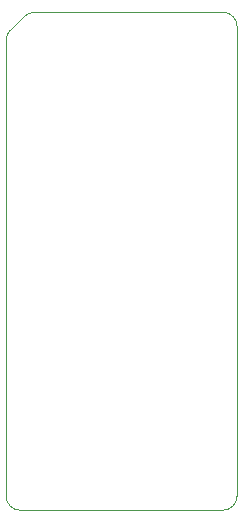
<source format=gbr>
%TF.GenerationSoftware,KiCad,Pcbnew,7.0.5-0*%
%TF.CreationDate,2024-03-10T13:53:24-07:00*%
%TF.ProjectId,PicoROM,5069636f-524f-44d2-9e6b-696361645f70,1.1*%
%TF.SameCoordinates,Original*%
%TF.FileFunction,Profile,NP*%
%FSLAX46Y46*%
G04 Gerber Fmt 4.6, Leading zero omitted, Abs format (unit mm)*
G04 Created by KiCad (PCBNEW 7.0.5-0) date 2024-03-10 13:53:24*
%MOMM*%
%LPD*%
G01*
G04 APERTURE LIST*
%TA.AperFunction,Profile*%
%ADD10C,0.050000*%
%TD*%
G04 APERTURE END LIST*
D10*
X-31901000Y15639000D02*
G75*
G03*
X-30701000Y16839000I0J1200000D01*
G01*
X-47867449Y57799110D02*
X-31901272Y57802728D01*
X-49892190Y56302262D02*
X-48704317Y57458875D01*
X-30700972Y56602728D02*
G75*
G03*
X-31901272Y57802728I-1200028J-28D01*
G01*
X-31901000Y15639000D02*
X-49058881Y15639000D01*
X-50258881Y16839119D02*
X-50255050Y55442616D01*
X-49892181Y56302253D02*
G75*
G03*
X-50255050Y55442616I837081J-859753D01*
G01*
X-50258900Y16839119D02*
G75*
G03*
X-49058881Y15639000I1200000J-119D01*
G01*
X-30701000Y56602728D02*
X-30701000Y16839000D01*
X-47867449Y57799132D02*
G75*
G03*
X-48704317Y57458875I349J-1200132D01*
G01*
M02*

</source>
